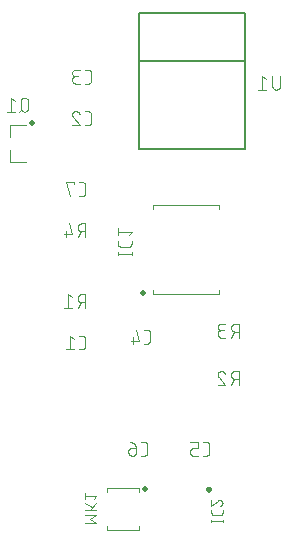
<source format=gbo>
G04 EAGLE Gerber RS-274X export*
G75*
%MOMM*%
%FSLAX34Y34*%
%LPD*%
%INBottom Silkscreen*%
%IPPOS*%
%AMOC8*
5,1,8,0,0,1.08239X$1,22.5*%
G01*
%ADD10C,0.101600*%
%ADD11C,0.250000*%
%ADD12C,0.076200*%
%ADD13C,0.500000*%
%ADD14C,0.120000*%
%ADD15C,0.127000*%


D10*
X104299Y345508D02*
X106896Y345508D01*
X106995Y345510D01*
X107095Y345516D01*
X107194Y345525D01*
X107292Y345538D01*
X107390Y345555D01*
X107488Y345576D01*
X107584Y345601D01*
X107679Y345629D01*
X107773Y345661D01*
X107866Y345696D01*
X107958Y345735D01*
X108048Y345778D01*
X108136Y345823D01*
X108223Y345873D01*
X108307Y345925D01*
X108390Y345981D01*
X108470Y346039D01*
X108548Y346101D01*
X108623Y346166D01*
X108696Y346234D01*
X108766Y346304D01*
X108834Y346377D01*
X108899Y346452D01*
X108961Y346530D01*
X109019Y346610D01*
X109075Y346693D01*
X109127Y346777D01*
X109177Y346864D01*
X109222Y346952D01*
X109265Y347042D01*
X109304Y347134D01*
X109339Y347227D01*
X109371Y347321D01*
X109399Y347416D01*
X109424Y347512D01*
X109445Y347610D01*
X109462Y347708D01*
X109475Y347806D01*
X109484Y347905D01*
X109490Y348005D01*
X109492Y348104D01*
X109492Y354596D01*
X109490Y354695D01*
X109484Y354795D01*
X109475Y354894D01*
X109462Y354992D01*
X109445Y355090D01*
X109424Y355188D01*
X109399Y355284D01*
X109371Y355379D01*
X109339Y355473D01*
X109304Y355566D01*
X109265Y355658D01*
X109222Y355748D01*
X109177Y355836D01*
X109127Y355923D01*
X109075Y356007D01*
X109019Y356090D01*
X108961Y356170D01*
X108899Y356248D01*
X108834Y356323D01*
X108766Y356396D01*
X108696Y356466D01*
X108623Y356534D01*
X108548Y356599D01*
X108470Y356661D01*
X108390Y356719D01*
X108307Y356775D01*
X108223Y356827D01*
X108136Y356877D01*
X108048Y356922D01*
X107958Y356965D01*
X107866Y357004D01*
X107773Y357039D01*
X107679Y357071D01*
X107584Y357099D01*
X107488Y357124D01*
X107390Y357145D01*
X107292Y357162D01*
X107194Y357175D01*
X107095Y357184D01*
X106995Y357190D01*
X106896Y357192D01*
X104299Y357192D01*
X96364Y357192D02*
X96257Y357190D01*
X96151Y357184D01*
X96045Y357174D01*
X95939Y357161D01*
X95833Y357143D01*
X95729Y357122D01*
X95625Y357097D01*
X95522Y357068D01*
X95421Y357036D01*
X95321Y356999D01*
X95222Y356959D01*
X95124Y356916D01*
X95028Y356869D01*
X94934Y356818D01*
X94842Y356764D01*
X94752Y356707D01*
X94664Y356647D01*
X94579Y356583D01*
X94496Y356516D01*
X94415Y356446D01*
X94337Y356374D01*
X94261Y356298D01*
X94189Y356220D01*
X94119Y356139D01*
X94052Y356056D01*
X93988Y355971D01*
X93928Y355883D01*
X93871Y355793D01*
X93817Y355701D01*
X93766Y355607D01*
X93719Y355511D01*
X93676Y355413D01*
X93636Y355314D01*
X93599Y355214D01*
X93567Y355113D01*
X93538Y355010D01*
X93513Y354906D01*
X93492Y354802D01*
X93474Y354696D01*
X93461Y354590D01*
X93451Y354484D01*
X93445Y354378D01*
X93443Y354271D01*
X96364Y357192D02*
X96485Y357190D01*
X96606Y357184D01*
X96726Y357174D01*
X96847Y357161D01*
X96966Y357143D01*
X97086Y357122D01*
X97204Y357097D01*
X97321Y357068D01*
X97438Y357035D01*
X97553Y356999D01*
X97667Y356958D01*
X97780Y356915D01*
X97892Y356867D01*
X98001Y356816D01*
X98109Y356761D01*
X98216Y356703D01*
X98320Y356642D01*
X98422Y356577D01*
X98522Y356509D01*
X98620Y356438D01*
X98716Y356364D01*
X98809Y356287D01*
X98899Y356206D01*
X98987Y356123D01*
X99072Y356037D01*
X99155Y355948D01*
X99234Y355857D01*
X99311Y355763D01*
X99384Y355667D01*
X99454Y355569D01*
X99521Y355468D01*
X99585Y355365D01*
X99646Y355260D01*
X99703Y355153D01*
X99756Y355045D01*
X99806Y354935D01*
X99852Y354823D01*
X99895Y354710D01*
X99934Y354595D01*
X94417Y351999D02*
X94338Y352077D01*
X94262Y352157D01*
X94189Y352240D01*
X94119Y352326D01*
X94052Y352413D01*
X93988Y352504D01*
X93928Y352596D01*
X93870Y352690D01*
X93816Y352787D01*
X93766Y352885D01*
X93719Y352985D01*
X93675Y353086D01*
X93635Y353189D01*
X93599Y353294D01*
X93567Y353399D01*
X93538Y353506D01*
X93513Y353613D01*
X93491Y353722D01*
X93474Y353831D01*
X93460Y353940D01*
X93451Y354050D01*
X93445Y354161D01*
X93443Y354271D01*
X94416Y351999D02*
X99934Y345508D01*
X93443Y345508D01*
X104299Y380508D02*
X106896Y380508D01*
X106995Y380510D01*
X107095Y380516D01*
X107194Y380525D01*
X107292Y380538D01*
X107390Y380555D01*
X107488Y380576D01*
X107584Y380601D01*
X107679Y380629D01*
X107773Y380661D01*
X107866Y380696D01*
X107958Y380735D01*
X108048Y380778D01*
X108136Y380823D01*
X108223Y380873D01*
X108307Y380925D01*
X108390Y380981D01*
X108470Y381039D01*
X108548Y381101D01*
X108623Y381166D01*
X108696Y381234D01*
X108766Y381304D01*
X108834Y381377D01*
X108899Y381452D01*
X108961Y381530D01*
X109019Y381610D01*
X109075Y381693D01*
X109127Y381777D01*
X109177Y381864D01*
X109222Y381952D01*
X109265Y382042D01*
X109304Y382134D01*
X109339Y382227D01*
X109371Y382321D01*
X109399Y382416D01*
X109424Y382512D01*
X109445Y382610D01*
X109462Y382708D01*
X109475Y382806D01*
X109484Y382905D01*
X109490Y383005D01*
X109492Y383104D01*
X109492Y389596D01*
X109490Y389695D01*
X109484Y389795D01*
X109475Y389894D01*
X109462Y389992D01*
X109445Y390090D01*
X109424Y390188D01*
X109399Y390284D01*
X109371Y390379D01*
X109339Y390473D01*
X109304Y390566D01*
X109265Y390658D01*
X109222Y390748D01*
X109177Y390836D01*
X109127Y390923D01*
X109075Y391007D01*
X109019Y391090D01*
X108961Y391170D01*
X108899Y391248D01*
X108834Y391323D01*
X108766Y391396D01*
X108696Y391466D01*
X108623Y391534D01*
X108548Y391599D01*
X108470Y391661D01*
X108390Y391719D01*
X108307Y391775D01*
X108223Y391827D01*
X108136Y391877D01*
X108048Y391922D01*
X107958Y391965D01*
X107866Y392004D01*
X107773Y392039D01*
X107679Y392071D01*
X107584Y392099D01*
X107488Y392124D01*
X107390Y392145D01*
X107292Y392162D01*
X107194Y392175D01*
X107095Y392184D01*
X106995Y392190D01*
X106896Y392192D01*
X104299Y392192D01*
X99934Y380508D02*
X96688Y380508D01*
X96575Y380510D01*
X96462Y380516D01*
X96349Y380526D01*
X96236Y380540D01*
X96124Y380557D01*
X96013Y380579D01*
X95903Y380604D01*
X95793Y380634D01*
X95685Y380667D01*
X95578Y380704D01*
X95472Y380744D01*
X95368Y380789D01*
X95265Y380837D01*
X95164Y380888D01*
X95065Y380943D01*
X94968Y381001D01*
X94873Y381063D01*
X94780Y381128D01*
X94690Y381196D01*
X94602Y381267D01*
X94516Y381342D01*
X94433Y381419D01*
X94353Y381499D01*
X94276Y381582D01*
X94201Y381668D01*
X94130Y381756D01*
X94062Y381846D01*
X93997Y381939D01*
X93935Y382034D01*
X93877Y382131D01*
X93822Y382230D01*
X93771Y382331D01*
X93723Y382434D01*
X93678Y382538D01*
X93638Y382644D01*
X93601Y382751D01*
X93568Y382859D01*
X93538Y382969D01*
X93513Y383079D01*
X93491Y383190D01*
X93474Y383302D01*
X93460Y383415D01*
X93450Y383528D01*
X93444Y383641D01*
X93442Y383754D01*
X93444Y383867D01*
X93450Y383980D01*
X93460Y384093D01*
X93474Y384206D01*
X93491Y384318D01*
X93513Y384429D01*
X93538Y384539D01*
X93568Y384649D01*
X93601Y384757D01*
X93638Y384864D01*
X93678Y384970D01*
X93723Y385074D01*
X93771Y385177D01*
X93822Y385278D01*
X93877Y385377D01*
X93935Y385474D01*
X93997Y385569D01*
X94062Y385662D01*
X94130Y385752D01*
X94201Y385840D01*
X94276Y385926D01*
X94353Y386009D01*
X94433Y386089D01*
X94516Y386166D01*
X94602Y386241D01*
X94690Y386312D01*
X94780Y386380D01*
X94873Y386445D01*
X94968Y386507D01*
X95065Y386565D01*
X95164Y386620D01*
X95265Y386671D01*
X95368Y386719D01*
X95472Y386764D01*
X95578Y386804D01*
X95685Y386841D01*
X95793Y386874D01*
X95903Y386904D01*
X96013Y386929D01*
X96124Y386951D01*
X96236Y386968D01*
X96349Y386982D01*
X96462Y386992D01*
X96575Y386998D01*
X96688Y387000D01*
X96039Y392192D02*
X99934Y392192D01*
X96039Y392192D02*
X95938Y392190D01*
X95838Y392184D01*
X95738Y392174D01*
X95638Y392161D01*
X95539Y392143D01*
X95440Y392122D01*
X95343Y392097D01*
X95246Y392068D01*
X95151Y392035D01*
X95057Y391999D01*
X94965Y391959D01*
X94874Y391916D01*
X94785Y391869D01*
X94698Y391819D01*
X94612Y391765D01*
X94529Y391708D01*
X94449Y391648D01*
X94370Y391585D01*
X94294Y391518D01*
X94221Y391449D01*
X94151Y391377D01*
X94083Y391303D01*
X94018Y391226D01*
X93957Y391146D01*
X93898Y391064D01*
X93843Y390980D01*
X93791Y390894D01*
X93742Y390806D01*
X93697Y390716D01*
X93655Y390624D01*
X93617Y390531D01*
X93583Y390436D01*
X93552Y390341D01*
X93525Y390244D01*
X93502Y390146D01*
X93482Y390047D01*
X93467Y389947D01*
X93455Y389847D01*
X93447Y389747D01*
X93443Y389646D01*
X93443Y389546D01*
X93447Y389445D01*
X93455Y389345D01*
X93467Y389245D01*
X93482Y389145D01*
X93502Y389046D01*
X93525Y388948D01*
X93552Y388851D01*
X93583Y388756D01*
X93617Y388661D01*
X93655Y388568D01*
X93697Y388476D01*
X93742Y388386D01*
X93791Y388298D01*
X93843Y388212D01*
X93898Y388128D01*
X93957Y388046D01*
X94018Y387966D01*
X94083Y387889D01*
X94151Y387815D01*
X94221Y387743D01*
X94294Y387674D01*
X94370Y387607D01*
X94449Y387544D01*
X94529Y387484D01*
X94612Y387427D01*
X94698Y387373D01*
X94785Y387323D01*
X94874Y387276D01*
X94965Y387233D01*
X95057Y387193D01*
X95151Y387157D01*
X95246Y387124D01*
X95343Y387095D01*
X95440Y387070D01*
X95539Y387049D01*
X95638Y387031D01*
X95738Y387018D01*
X95838Y387008D01*
X95938Y387002D01*
X96039Y387000D01*
X96039Y386999D02*
X98636Y386999D01*
X154299Y160508D02*
X156896Y160508D01*
X156995Y160510D01*
X157095Y160516D01*
X157194Y160525D01*
X157292Y160538D01*
X157390Y160555D01*
X157488Y160576D01*
X157584Y160601D01*
X157679Y160629D01*
X157773Y160661D01*
X157866Y160696D01*
X157958Y160735D01*
X158048Y160778D01*
X158136Y160823D01*
X158223Y160873D01*
X158307Y160925D01*
X158390Y160981D01*
X158470Y161039D01*
X158548Y161101D01*
X158623Y161166D01*
X158696Y161234D01*
X158766Y161304D01*
X158834Y161377D01*
X158899Y161452D01*
X158961Y161530D01*
X159019Y161610D01*
X159075Y161693D01*
X159127Y161777D01*
X159177Y161864D01*
X159222Y161952D01*
X159265Y162042D01*
X159304Y162134D01*
X159339Y162227D01*
X159371Y162321D01*
X159399Y162416D01*
X159424Y162512D01*
X159445Y162610D01*
X159462Y162708D01*
X159475Y162806D01*
X159484Y162905D01*
X159490Y163005D01*
X159492Y163104D01*
X159492Y169596D01*
X159490Y169695D01*
X159484Y169795D01*
X159475Y169894D01*
X159462Y169992D01*
X159445Y170090D01*
X159424Y170188D01*
X159399Y170284D01*
X159371Y170379D01*
X159339Y170473D01*
X159304Y170566D01*
X159265Y170658D01*
X159222Y170748D01*
X159177Y170836D01*
X159127Y170923D01*
X159075Y171007D01*
X159019Y171090D01*
X158961Y171170D01*
X158899Y171248D01*
X158834Y171323D01*
X158766Y171396D01*
X158696Y171466D01*
X158623Y171534D01*
X158548Y171599D01*
X158470Y171661D01*
X158390Y171719D01*
X158307Y171775D01*
X158223Y171827D01*
X158136Y171877D01*
X158048Y171922D01*
X157958Y171965D01*
X157866Y172004D01*
X157773Y172039D01*
X157679Y172071D01*
X157584Y172099D01*
X157488Y172124D01*
X157390Y172145D01*
X157292Y172162D01*
X157194Y172175D01*
X157095Y172184D01*
X156995Y172190D01*
X156896Y172192D01*
X154299Y172192D01*
X147337Y172192D02*
X149934Y163104D01*
X143443Y163104D01*
X145390Y165701D02*
X145390Y160508D01*
X101896Y155508D02*
X99299Y155508D01*
X101896Y155508D02*
X101995Y155510D01*
X102095Y155516D01*
X102194Y155525D01*
X102292Y155538D01*
X102390Y155555D01*
X102488Y155576D01*
X102584Y155601D01*
X102679Y155629D01*
X102773Y155661D01*
X102866Y155696D01*
X102958Y155735D01*
X103048Y155778D01*
X103136Y155823D01*
X103223Y155873D01*
X103307Y155925D01*
X103390Y155981D01*
X103470Y156039D01*
X103548Y156101D01*
X103623Y156166D01*
X103696Y156234D01*
X103766Y156304D01*
X103834Y156377D01*
X103899Y156452D01*
X103961Y156530D01*
X104019Y156610D01*
X104075Y156693D01*
X104127Y156777D01*
X104177Y156864D01*
X104222Y156952D01*
X104265Y157042D01*
X104304Y157134D01*
X104339Y157227D01*
X104371Y157321D01*
X104399Y157416D01*
X104424Y157512D01*
X104445Y157610D01*
X104462Y157708D01*
X104475Y157806D01*
X104484Y157905D01*
X104490Y158005D01*
X104492Y158104D01*
X104492Y164596D01*
X104490Y164695D01*
X104484Y164795D01*
X104475Y164894D01*
X104462Y164992D01*
X104445Y165090D01*
X104424Y165188D01*
X104399Y165284D01*
X104371Y165379D01*
X104339Y165473D01*
X104304Y165566D01*
X104265Y165658D01*
X104222Y165748D01*
X104177Y165836D01*
X104127Y165923D01*
X104075Y166007D01*
X104019Y166090D01*
X103961Y166170D01*
X103899Y166248D01*
X103834Y166323D01*
X103766Y166396D01*
X103696Y166466D01*
X103623Y166534D01*
X103548Y166599D01*
X103470Y166661D01*
X103390Y166719D01*
X103307Y166775D01*
X103223Y166827D01*
X103136Y166877D01*
X103048Y166922D01*
X102958Y166965D01*
X102866Y167004D01*
X102773Y167039D01*
X102679Y167071D01*
X102584Y167099D01*
X102488Y167124D01*
X102390Y167145D01*
X102292Y167162D01*
X102194Y167175D01*
X102095Y167184D01*
X101995Y167190D01*
X101896Y167192D01*
X99299Y167192D01*
X94934Y164596D02*
X91688Y167192D01*
X91688Y155508D01*
X88443Y155508D02*
X94934Y155508D01*
X104492Y190508D02*
X104492Y202192D01*
X101246Y202192D01*
X101133Y202190D01*
X101020Y202184D01*
X100907Y202174D01*
X100794Y202160D01*
X100682Y202143D01*
X100571Y202121D01*
X100461Y202096D01*
X100351Y202066D01*
X100243Y202033D01*
X100136Y201996D01*
X100030Y201956D01*
X99926Y201911D01*
X99823Y201863D01*
X99722Y201812D01*
X99623Y201757D01*
X99526Y201699D01*
X99431Y201637D01*
X99338Y201572D01*
X99248Y201504D01*
X99160Y201433D01*
X99074Y201358D01*
X98991Y201281D01*
X98911Y201201D01*
X98834Y201118D01*
X98759Y201032D01*
X98688Y200944D01*
X98620Y200854D01*
X98555Y200761D01*
X98493Y200666D01*
X98435Y200569D01*
X98380Y200470D01*
X98329Y200369D01*
X98281Y200266D01*
X98236Y200162D01*
X98196Y200056D01*
X98159Y199949D01*
X98126Y199841D01*
X98096Y199731D01*
X98071Y199621D01*
X98049Y199510D01*
X98032Y199398D01*
X98018Y199285D01*
X98008Y199172D01*
X98002Y199059D01*
X98000Y198946D01*
X98002Y198833D01*
X98008Y198720D01*
X98018Y198607D01*
X98032Y198494D01*
X98049Y198382D01*
X98071Y198271D01*
X98096Y198161D01*
X98126Y198051D01*
X98159Y197943D01*
X98196Y197836D01*
X98236Y197730D01*
X98281Y197626D01*
X98329Y197523D01*
X98380Y197422D01*
X98435Y197323D01*
X98493Y197226D01*
X98555Y197131D01*
X98620Y197038D01*
X98688Y196948D01*
X98759Y196860D01*
X98834Y196774D01*
X98911Y196691D01*
X98991Y196611D01*
X99074Y196534D01*
X99160Y196459D01*
X99248Y196388D01*
X99338Y196320D01*
X99431Y196255D01*
X99526Y196193D01*
X99623Y196135D01*
X99722Y196080D01*
X99823Y196029D01*
X99926Y195981D01*
X100030Y195936D01*
X100136Y195896D01*
X100243Y195859D01*
X100351Y195826D01*
X100461Y195796D01*
X100571Y195771D01*
X100682Y195749D01*
X100794Y195732D01*
X100907Y195718D01*
X101020Y195708D01*
X101133Y195702D01*
X101246Y195700D01*
X101246Y195701D02*
X104492Y195701D01*
X100597Y195701D02*
X98001Y190508D01*
X93136Y199596D02*
X89890Y202192D01*
X89890Y190508D01*
X86645Y190508D02*
X93136Y190508D01*
D11*
X207500Y37250D02*
X207502Y37320D01*
X207508Y37390D01*
X207518Y37459D01*
X207531Y37528D01*
X207549Y37596D01*
X207570Y37663D01*
X207595Y37728D01*
X207624Y37792D01*
X207656Y37855D01*
X207692Y37915D01*
X207731Y37973D01*
X207773Y38029D01*
X207818Y38083D01*
X207866Y38134D01*
X207917Y38182D01*
X207971Y38227D01*
X208027Y38269D01*
X208085Y38308D01*
X208145Y38344D01*
X208208Y38376D01*
X208272Y38405D01*
X208337Y38430D01*
X208404Y38451D01*
X208472Y38469D01*
X208541Y38482D01*
X208610Y38492D01*
X208680Y38498D01*
X208750Y38500D01*
X208820Y38498D01*
X208890Y38492D01*
X208959Y38482D01*
X209028Y38469D01*
X209096Y38451D01*
X209163Y38430D01*
X209228Y38405D01*
X209292Y38376D01*
X209355Y38344D01*
X209415Y38308D01*
X209473Y38269D01*
X209529Y38227D01*
X209583Y38182D01*
X209634Y38134D01*
X209682Y38083D01*
X209727Y38029D01*
X209769Y37973D01*
X209808Y37915D01*
X209844Y37855D01*
X209876Y37792D01*
X209905Y37728D01*
X209930Y37663D01*
X209951Y37596D01*
X209969Y37528D01*
X209982Y37459D01*
X209992Y37390D01*
X209998Y37320D01*
X210000Y37250D01*
X209998Y37180D01*
X209992Y37110D01*
X209982Y37041D01*
X209969Y36972D01*
X209951Y36904D01*
X209930Y36837D01*
X209905Y36772D01*
X209876Y36708D01*
X209844Y36645D01*
X209808Y36585D01*
X209769Y36527D01*
X209727Y36471D01*
X209682Y36417D01*
X209634Y36366D01*
X209583Y36318D01*
X209529Y36273D01*
X209473Y36231D01*
X209415Y36192D01*
X209355Y36156D01*
X209292Y36124D01*
X209228Y36095D01*
X209163Y36070D01*
X209096Y36049D01*
X209028Y36031D01*
X208959Y36018D01*
X208890Y36008D01*
X208820Y36002D01*
X208750Y36000D01*
X208680Y36002D01*
X208610Y36008D01*
X208541Y36018D01*
X208472Y36031D01*
X208404Y36049D01*
X208337Y36070D01*
X208272Y36095D01*
X208208Y36124D01*
X208145Y36156D01*
X208085Y36192D01*
X208027Y36231D01*
X207971Y36273D01*
X207917Y36318D01*
X207866Y36366D01*
X207818Y36417D01*
X207773Y36471D01*
X207731Y36527D01*
X207692Y36585D01*
X207656Y36645D01*
X207624Y36708D01*
X207595Y36772D01*
X207570Y36837D01*
X207549Y36904D01*
X207531Y36972D01*
X207518Y37041D01*
X207508Y37110D01*
X207502Y37180D01*
X207500Y37250D01*
D12*
X211381Y10425D02*
X220779Y10425D01*
X211381Y9381D02*
X211381Y11469D01*
X220779Y11469D02*
X220779Y9381D01*
X211381Y17193D02*
X211381Y19281D01*
X211381Y17193D02*
X211383Y17104D01*
X211389Y17016D01*
X211398Y16928D01*
X211411Y16840D01*
X211428Y16753D01*
X211448Y16667D01*
X211473Y16582D01*
X211500Y16497D01*
X211532Y16414D01*
X211566Y16333D01*
X211605Y16253D01*
X211646Y16175D01*
X211691Y16098D01*
X211739Y16024D01*
X211790Y15951D01*
X211844Y15881D01*
X211902Y15814D01*
X211962Y15748D01*
X212024Y15686D01*
X212090Y15626D01*
X212157Y15568D01*
X212227Y15514D01*
X212300Y15463D01*
X212374Y15415D01*
X212451Y15370D01*
X212529Y15329D01*
X212609Y15290D01*
X212690Y15256D01*
X212773Y15224D01*
X212858Y15197D01*
X212943Y15172D01*
X213029Y15152D01*
X213116Y15135D01*
X213204Y15122D01*
X213292Y15113D01*
X213380Y15107D01*
X213469Y15105D01*
X213469Y15104D02*
X218691Y15104D01*
X218691Y15105D02*
X218782Y15107D01*
X218873Y15113D01*
X218964Y15123D01*
X219054Y15137D01*
X219143Y15154D01*
X219231Y15176D01*
X219319Y15202D01*
X219405Y15231D01*
X219490Y15264D01*
X219573Y15301D01*
X219655Y15341D01*
X219735Y15385D01*
X219813Y15432D01*
X219889Y15483D01*
X219962Y15536D01*
X220033Y15593D01*
X220102Y15654D01*
X220167Y15717D01*
X220230Y15782D01*
X220290Y15851D01*
X220348Y15922D01*
X220401Y15995D01*
X220452Y16071D01*
X220499Y16149D01*
X220543Y16229D01*
X220583Y16311D01*
X220620Y16394D01*
X220653Y16479D01*
X220682Y16565D01*
X220708Y16653D01*
X220730Y16741D01*
X220747Y16830D01*
X220761Y16920D01*
X220771Y17011D01*
X220777Y17102D01*
X220779Y17193D01*
X220779Y19281D01*
X220780Y25621D02*
X220778Y25716D01*
X220772Y25810D01*
X220763Y25904D01*
X220750Y25998D01*
X220733Y26091D01*
X220712Y26183D01*
X220687Y26275D01*
X220659Y26365D01*
X220627Y26454D01*
X220592Y26542D01*
X220553Y26628D01*
X220511Y26713D01*
X220465Y26796D01*
X220416Y26877D01*
X220364Y26956D01*
X220309Y27033D01*
X220250Y27107D01*
X220189Y27179D01*
X220125Y27249D01*
X220058Y27316D01*
X219988Y27380D01*
X219916Y27441D01*
X219842Y27500D01*
X219765Y27555D01*
X219686Y27607D01*
X219605Y27656D01*
X219522Y27702D01*
X219437Y27744D01*
X219351Y27783D01*
X219263Y27818D01*
X219174Y27850D01*
X219084Y27878D01*
X218992Y27903D01*
X218900Y27924D01*
X218807Y27941D01*
X218713Y27954D01*
X218619Y27963D01*
X218525Y27969D01*
X218430Y27971D01*
X220779Y25621D02*
X220777Y25513D01*
X220771Y25404D01*
X220761Y25296D01*
X220748Y25189D01*
X220730Y25082D01*
X220709Y24975D01*
X220684Y24870D01*
X220655Y24765D01*
X220623Y24662D01*
X220586Y24560D01*
X220546Y24459D01*
X220503Y24360D01*
X220456Y24262D01*
X220405Y24166D01*
X220351Y24072D01*
X220294Y23980D01*
X220233Y23890D01*
X220169Y23802D01*
X220103Y23717D01*
X220033Y23634D01*
X219960Y23554D01*
X219884Y23476D01*
X219806Y23401D01*
X219725Y23329D01*
X219641Y23260D01*
X219555Y23194D01*
X219467Y23131D01*
X219376Y23072D01*
X219284Y23015D01*
X219189Y22962D01*
X219093Y22913D01*
X218994Y22867D01*
X218895Y22824D01*
X218793Y22785D01*
X218691Y22750D01*
X216602Y27188D02*
X216671Y27257D01*
X216742Y27323D01*
X216815Y27387D01*
X216891Y27448D01*
X216970Y27506D01*
X217050Y27560D01*
X217133Y27612D01*
X217217Y27660D01*
X217303Y27706D01*
X217391Y27747D01*
X217481Y27786D01*
X217572Y27821D01*
X217664Y27852D01*
X217757Y27880D01*
X217851Y27904D01*
X217946Y27924D01*
X218042Y27941D01*
X218139Y27954D01*
X218236Y27963D01*
X218333Y27969D01*
X218430Y27971D01*
X216602Y27188D02*
X211381Y22750D01*
X211381Y27971D01*
D10*
X206896Y65508D02*
X204299Y65508D01*
X206896Y65508D02*
X206995Y65510D01*
X207095Y65516D01*
X207194Y65525D01*
X207292Y65538D01*
X207390Y65555D01*
X207488Y65576D01*
X207584Y65601D01*
X207679Y65629D01*
X207773Y65661D01*
X207866Y65696D01*
X207958Y65735D01*
X208048Y65778D01*
X208136Y65823D01*
X208223Y65873D01*
X208307Y65925D01*
X208390Y65981D01*
X208470Y66039D01*
X208548Y66101D01*
X208623Y66166D01*
X208696Y66234D01*
X208766Y66304D01*
X208834Y66377D01*
X208899Y66452D01*
X208961Y66530D01*
X209019Y66610D01*
X209075Y66693D01*
X209127Y66777D01*
X209177Y66864D01*
X209222Y66952D01*
X209265Y67042D01*
X209304Y67134D01*
X209339Y67227D01*
X209371Y67321D01*
X209399Y67416D01*
X209424Y67512D01*
X209445Y67610D01*
X209462Y67708D01*
X209475Y67806D01*
X209484Y67905D01*
X209490Y68005D01*
X209492Y68104D01*
X209492Y74596D01*
X209490Y74695D01*
X209484Y74795D01*
X209475Y74894D01*
X209462Y74992D01*
X209445Y75090D01*
X209424Y75188D01*
X209399Y75284D01*
X209371Y75379D01*
X209339Y75473D01*
X209304Y75566D01*
X209265Y75658D01*
X209222Y75748D01*
X209177Y75836D01*
X209127Y75923D01*
X209075Y76007D01*
X209019Y76090D01*
X208961Y76170D01*
X208899Y76248D01*
X208834Y76323D01*
X208766Y76396D01*
X208696Y76466D01*
X208623Y76534D01*
X208548Y76599D01*
X208470Y76661D01*
X208390Y76719D01*
X208307Y76775D01*
X208223Y76827D01*
X208136Y76877D01*
X208048Y76922D01*
X207958Y76965D01*
X207866Y77004D01*
X207773Y77039D01*
X207679Y77071D01*
X207584Y77099D01*
X207488Y77124D01*
X207390Y77145D01*
X207292Y77162D01*
X207194Y77175D01*
X207095Y77184D01*
X206995Y77190D01*
X206896Y77192D01*
X204299Y77192D01*
X199934Y65508D02*
X196039Y65508D01*
X195940Y65510D01*
X195840Y65516D01*
X195741Y65525D01*
X195643Y65538D01*
X195545Y65555D01*
X195447Y65576D01*
X195351Y65601D01*
X195256Y65629D01*
X195162Y65661D01*
X195069Y65696D01*
X194977Y65735D01*
X194887Y65778D01*
X194799Y65823D01*
X194712Y65873D01*
X194628Y65925D01*
X194545Y65981D01*
X194465Y66039D01*
X194387Y66101D01*
X194312Y66166D01*
X194239Y66234D01*
X194169Y66304D01*
X194101Y66377D01*
X194036Y66452D01*
X193974Y66530D01*
X193916Y66610D01*
X193860Y66693D01*
X193808Y66777D01*
X193758Y66864D01*
X193713Y66952D01*
X193670Y67042D01*
X193631Y67134D01*
X193596Y67227D01*
X193564Y67321D01*
X193536Y67416D01*
X193511Y67512D01*
X193490Y67610D01*
X193473Y67708D01*
X193460Y67806D01*
X193451Y67905D01*
X193445Y68005D01*
X193443Y68104D01*
X193443Y69403D01*
X193445Y69502D01*
X193451Y69602D01*
X193460Y69701D01*
X193473Y69799D01*
X193490Y69897D01*
X193511Y69995D01*
X193536Y70091D01*
X193564Y70186D01*
X193596Y70280D01*
X193631Y70373D01*
X193670Y70465D01*
X193713Y70555D01*
X193758Y70643D01*
X193808Y70730D01*
X193860Y70814D01*
X193916Y70897D01*
X193974Y70977D01*
X194036Y71055D01*
X194101Y71130D01*
X194169Y71203D01*
X194239Y71273D01*
X194312Y71341D01*
X194387Y71406D01*
X194465Y71468D01*
X194545Y71526D01*
X194628Y71582D01*
X194712Y71634D01*
X194799Y71684D01*
X194887Y71729D01*
X194977Y71772D01*
X195069Y71811D01*
X195162Y71846D01*
X195256Y71878D01*
X195351Y71906D01*
X195447Y71931D01*
X195545Y71952D01*
X195643Y71969D01*
X195741Y71982D01*
X195840Y71991D01*
X195940Y71997D01*
X196039Y71999D01*
X199934Y71999D01*
X199934Y77192D01*
X193443Y77192D01*
X234492Y125508D02*
X234492Y137192D01*
X231246Y137192D01*
X231133Y137190D01*
X231020Y137184D01*
X230907Y137174D01*
X230794Y137160D01*
X230682Y137143D01*
X230571Y137121D01*
X230461Y137096D01*
X230351Y137066D01*
X230243Y137033D01*
X230136Y136996D01*
X230030Y136956D01*
X229926Y136911D01*
X229823Y136863D01*
X229722Y136812D01*
X229623Y136757D01*
X229526Y136699D01*
X229431Y136637D01*
X229338Y136572D01*
X229248Y136504D01*
X229160Y136433D01*
X229074Y136358D01*
X228991Y136281D01*
X228911Y136201D01*
X228834Y136118D01*
X228759Y136032D01*
X228688Y135944D01*
X228620Y135854D01*
X228555Y135761D01*
X228493Y135666D01*
X228435Y135569D01*
X228380Y135470D01*
X228329Y135369D01*
X228281Y135266D01*
X228236Y135162D01*
X228196Y135056D01*
X228159Y134949D01*
X228126Y134841D01*
X228096Y134731D01*
X228071Y134621D01*
X228049Y134510D01*
X228032Y134398D01*
X228018Y134285D01*
X228008Y134172D01*
X228002Y134059D01*
X228000Y133946D01*
X228002Y133833D01*
X228008Y133720D01*
X228018Y133607D01*
X228032Y133494D01*
X228049Y133382D01*
X228071Y133271D01*
X228096Y133161D01*
X228126Y133051D01*
X228159Y132943D01*
X228196Y132836D01*
X228236Y132730D01*
X228281Y132626D01*
X228329Y132523D01*
X228380Y132422D01*
X228435Y132323D01*
X228493Y132226D01*
X228555Y132131D01*
X228620Y132038D01*
X228688Y131948D01*
X228759Y131860D01*
X228834Y131774D01*
X228911Y131691D01*
X228991Y131611D01*
X229074Y131534D01*
X229160Y131459D01*
X229248Y131388D01*
X229338Y131320D01*
X229431Y131255D01*
X229526Y131193D01*
X229623Y131135D01*
X229722Y131080D01*
X229823Y131029D01*
X229926Y130981D01*
X230030Y130936D01*
X230136Y130896D01*
X230243Y130859D01*
X230351Y130826D01*
X230461Y130796D01*
X230571Y130771D01*
X230682Y130749D01*
X230794Y130732D01*
X230907Y130718D01*
X231020Y130708D01*
X231133Y130702D01*
X231246Y130700D01*
X231246Y130701D02*
X234492Y130701D01*
X230597Y130701D02*
X228001Y125508D01*
X216645Y134271D02*
X216647Y134378D01*
X216653Y134484D01*
X216663Y134590D01*
X216676Y134696D01*
X216694Y134802D01*
X216715Y134906D01*
X216740Y135010D01*
X216769Y135113D01*
X216801Y135214D01*
X216838Y135314D01*
X216878Y135413D01*
X216921Y135511D01*
X216968Y135607D01*
X217019Y135701D01*
X217073Y135793D01*
X217130Y135883D01*
X217190Y135971D01*
X217254Y136056D01*
X217321Y136139D01*
X217391Y136220D01*
X217463Y136298D01*
X217539Y136374D01*
X217617Y136446D01*
X217698Y136516D01*
X217781Y136583D01*
X217866Y136647D01*
X217954Y136707D01*
X218044Y136764D01*
X218136Y136818D01*
X218230Y136869D01*
X218326Y136916D01*
X218424Y136959D01*
X218523Y136999D01*
X218623Y137036D01*
X218724Y137068D01*
X218827Y137097D01*
X218931Y137122D01*
X219035Y137143D01*
X219141Y137161D01*
X219247Y137174D01*
X219353Y137184D01*
X219459Y137190D01*
X219566Y137192D01*
X219687Y137190D01*
X219808Y137184D01*
X219928Y137174D01*
X220049Y137161D01*
X220168Y137143D01*
X220288Y137122D01*
X220406Y137097D01*
X220523Y137068D01*
X220640Y137035D01*
X220755Y136999D01*
X220869Y136958D01*
X220982Y136915D01*
X221094Y136867D01*
X221203Y136816D01*
X221311Y136761D01*
X221418Y136703D01*
X221522Y136642D01*
X221624Y136577D01*
X221724Y136509D01*
X221822Y136438D01*
X221918Y136364D01*
X222011Y136287D01*
X222101Y136206D01*
X222189Y136123D01*
X222274Y136037D01*
X222357Y135948D01*
X222436Y135857D01*
X222513Y135763D01*
X222586Y135667D01*
X222656Y135569D01*
X222723Y135468D01*
X222787Y135365D01*
X222848Y135260D01*
X222905Y135153D01*
X222958Y135045D01*
X223008Y134935D01*
X223054Y134823D01*
X223097Y134710D01*
X223136Y134595D01*
X217619Y131999D02*
X217540Y132077D01*
X217464Y132157D01*
X217391Y132240D01*
X217321Y132326D01*
X217254Y132413D01*
X217190Y132504D01*
X217130Y132596D01*
X217072Y132690D01*
X217018Y132787D01*
X216968Y132885D01*
X216921Y132985D01*
X216877Y133086D01*
X216837Y133189D01*
X216801Y133294D01*
X216769Y133399D01*
X216740Y133506D01*
X216715Y133613D01*
X216693Y133722D01*
X216676Y133831D01*
X216662Y133940D01*
X216653Y134050D01*
X216647Y134161D01*
X216645Y134271D01*
X217618Y131999D02*
X223136Y125508D01*
X216645Y125508D01*
X234492Y165508D02*
X234492Y177192D01*
X231246Y177192D01*
X231133Y177190D01*
X231020Y177184D01*
X230907Y177174D01*
X230794Y177160D01*
X230682Y177143D01*
X230571Y177121D01*
X230461Y177096D01*
X230351Y177066D01*
X230243Y177033D01*
X230136Y176996D01*
X230030Y176956D01*
X229926Y176911D01*
X229823Y176863D01*
X229722Y176812D01*
X229623Y176757D01*
X229526Y176699D01*
X229431Y176637D01*
X229338Y176572D01*
X229248Y176504D01*
X229160Y176433D01*
X229074Y176358D01*
X228991Y176281D01*
X228911Y176201D01*
X228834Y176118D01*
X228759Y176032D01*
X228688Y175944D01*
X228620Y175854D01*
X228555Y175761D01*
X228493Y175666D01*
X228435Y175569D01*
X228380Y175470D01*
X228329Y175369D01*
X228281Y175266D01*
X228236Y175162D01*
X228196Y175056D01*
X228159Y174949D01*
X228126Y174841D01*
X228096Y174731D01*
X228071Y174621D01*
X228049Y174510D01*
X228032Y174398D01*
X228018Y174285D01*
X228008Y174172D01*
X228002Y174059D01*
X228000Y173946D01*
X228002Y173833D01*
X228008Y173720D01*
X228018Y173607D01*
X228032Y173494D01*
X228049Y173382D01*
X228071Y173271D01*
X228096Y173161D01*
X228126Y173051D01*
X228159Y172943D01*
X228196Y172836D01*
X228236Y172730D01*
X228281Y172626D01*
X228329Y172523D01*
X228380Y172422D01*
X228435Y172323D01*
X228493Y172226D01*
X228555Y172131D01*
X228620Y172038D01*
X228688Y171948D01*
X228759Y171860D01*
X228834Y171774D01*
X228911Y171691D01*
X228991Y171611D01*
X229074Y171534D01*
X229160Y171459D01*
X229248Y171388D01*
X229338Y171320D01*
X229431Y171255D01*
X229526Y171193D01*
X229623Y171135D01*
X229722Y171080D01*
X229823Y171029D01*
X229926Y170981D01*
X230030Y170936D01*
X230136Y170896D01*
X230243Y170859D01*
X230351Y170826D01*
X230461Y170796D01*
X230571Y170771D01*
X230682Y170749D01*
X230794Y170732D01*
X230907Y170718D01*
X231020Y170708D01*
X231133Y170702D01*
X231246Y170700D01*
X231246Y170701D02*
X234492Y170701D01*
X230597Y170701D02*
X228001Y165508D01*
X223136Y165508D02*
X219890Y165508D01*
X219777Y165510D01*
X219664Y165516D01*
X219551Y165526D01*
X219438Y165540D01*
X219326Y165557D01*
X219215Y165579D01*
X219105Y165604D01*
X218995Y165634D01*
X218887Y165667D01*
X218780Y165704D01*
X218674Y165744D01*
X218570Y165789D01*
X218467Y165837D01*
X218366Y165888D01*
X218267Y165943D01*
X218170Y166001D01*
X218075Y166063D01*
X217982Y166128D01*
X217892Y166196D01*
X217804Y166267D01*
X217718Y166342D01*
X217635Y166419D01*
X217555Y166499D01*
X217478Y166582D01*
X217403Y166668D01*
X217332Y166756D01*
X217264Y166846D01*
X217199Y166939D01*
X217137Y167034D01*
X217079Y167131D01*
X217024Y167230D01*
X216973Y167331D01*
X216925Y167434D01*
X216880Y167538D01*
X216840Y167644D01*
X216803Y167751D01*
X216770Y167859D01*
X216740Y167969D01*
X216715Y168079D01*
X216693Y168190D01*
X216676Y168302D01*
X216662Y168415D01*
X216652Y168528D01*
X216646Y168641D01*
X216644Y168754D01*
X216646Y168867D01*
X216652Y168980D01*
X216662Y169093D01*
X216676Y169206D01*
X216693Y169318D01*
X216715Y169429D01*
X216740Y169539D01*
X216770Y169649D01*
X216803Y169757D01*
X216840Y169864D01*
X216880Y169970D01*
X216925Y170074D01*
X216973Y170177D01*
X217024Y170278D01*
X217079Y170377D01*
X217137Y170474D01*
X217199Y170569D01*
X217264Y170662D01*
X217332Y170752D01*
X217403Y170840D01*
X217478Y170926D01*
X217555Y171009D01*
X217635Y171089D01*
X217718Y171166D01*
X217804Y171241D01*
X217892Y171312D01*
X217982Y171380D01*
X218075Y171445D01*
X218170Y171507D01*
X218267Y171565D01*
X218366Y171620D01*
X218467Y171671D01*
X218570Y171719D01*
X218674Y171764D01*
X218780Y171804D01*
X218887Y171841D01*
X218995Y171874D01*
X219105Y171904D01*
X219215Y171929D01*
X219326Y171951D01*
X219438Y171968D01*
X219551Y171982D01*
X219664Y171992D01*
X219777Y171998D01*
X219890Y172000D01*
X219241Y177192D02*
X223136Y177192D01*
X219241Y177192D02*
X219140Y177190D01*
X219040Y177184D01*
X218940Y177174D01*
X218840Y177161D01*
X218741Y177143D01*
X218642Y177122D01*
X218545Y177097D01*
X218448Y177068D01*
X218353Y177035D01*
X218259Y176999D01*
X218167Y176959D01*
X218076Y176916D01*
X217987Y176869D01*
X217900Y176819D01*
X217814Y176765D01*
X217731Y176708D01*
X217651Y176648D01*
X217572Y176585D01*
X217496Y176518D01*
X217423Y176449D01*
X217353Y176377D01*
X217285Y176303D01*
X217220Y176226D01*
X217159Y176146D01*
X217100Y176064D01*
X217045Y175980D01*
X216993Y175894D01*
X216944Y175806D01*
X216899Y175716D01*
X216857Y175624D01*
X216819Y175531D01*
X216785Y175436D01*
X216754Y175341D01*
X216727Y175244D01*
X216704Y175146D01*
X216684Y175047D01*
X216669Y174947D01*
X216657Y174847D01*
X216649Y174747D01*
X216645Y174646D01*
X216645Y174546D01*
X216649Y174445D01*
X216657Y174345D01*
X216669Y174245D01*
X216684Y174145D01*
X216704Y174046D01*
X216727Y173948D01*
X216754Y173851D01*
X216785Y173756D01*
X216819Y173661D01*
X216857Y173568D01*
X216899Y173476D01*
X216944Y173386D01*
X216993Y173298D01*
X217045Y173212D01*
X217100Y173128D01*
X217159Y173046D01*
X217220Y172966D01*
X217285Y172889D01*
X217353Y172815D01*
X217423Y172743D01*
X217496Y172674D01*
X217572Y172607D01*
X217651Y172544D01*
X217731Y172484D01*
X217814Y172427D01*
X217900Y172373D01*
X217987Y172323D01*
X218076Y172276D01*
X218167Y172233D01*
X218259Y172193D01*
X218353Y172157D01*
X218448Y172124D01*
X218545Y172095D01*
X218642Y172070D01*
X218741Y172049D01*
X218840Y172031D01*
X218940Y172018D01*
X219040Y172008D01*
X219140Y172002D01*
X219241Y172000D01*
X219241Y171999D02*
X221837Y171999D01*
D13*
X153731Y203334D03*
D14*
X162000Y202500D02*
X162000Y205834D01*
X162000Y202500D02*
X218000Y202500D01*
X218000Y205834D01*
X162000Y274166D02*
X162000Y277500D01*
X218000Y277500D01*
X218000Y274166D01*
D10*
X143772Y236627D02*
X132088Y236627D01*
X132088Y235329D02*
X132088Y237926D01*
X143772Y237926D02*
X143772Y235329D01*
X132088Y245089D02*
X132088Y247686D01*
X132088Y245089D02*
X132090Y244990D01*
X132096Y244890D01*
X132105Y244791D01*
X132118Y244693D01*
X132135Y244595D01*
X132156Y244497D01*
X132181Y244401D01*
X132209Y244306D01*
X132241Y244212D01*
X132276Y244119D01*
X132315Y244027D01*
X132358Y243937D01*
X132403Y243849D01*
X132453Y243762D01*
X132505Y243678D01*
X132561Y243595D01*
X132619Y243515D01*
X132681Y243437D01*
X132746Y243362D01*
X132814Y243289D01*
X132884Y243219D01*
X132957Y243151D01*
X133032Y243086D01*
X133110Y243024D01*
X133190Y242966D01*
X133273Y242910D01*
X133357Y242858D01*
X133444Y242808D01*
X133532Y242763D01*
X133622Y242720D01*
X133714Y242681D01*
X133807Y242646D01*
X133901Y242614D01*
X133996Y242586D01*
X134092Y242561D01*
X134190Y242540D01*
X134288Y242523D01*
X134386Y242510D01*
X134485Y242501D01*
X134585Y242495D01*
X134684Y242493D01*
X141176Y242493D01*
X141275Y242495D01*
X141375Y242501D01*
X141474Y242510D01*
X141572Y242523D01*
X141670Y242540D01*
X141768Y242561D01*
X141864Y242586D01*
X141959Y242614D01*
X142053Y242646D01*
X142146Y242681D01*
X142238Y242720D01*
X142328Y242763D01*
X142416Y242808D01*
X142503Y242858D01*
X142587Y242910D01*
X142670Y242966D01*
X142750Y243024D01*
X142828Y243086D01*
X142903Y243151D01*
X142976Y243219D01*
X143046Y243289D01*
X143114Y243362D01*
X143179Y243437D01*
X143241Y243515D01*
X143299Y243595D01*
X143355Y243678D01*
X143407Y243762D01*
X143457Y243849D01*
X143502Y243937D01*
X143545Y244027D01*
X143584Y244119D01*
X143619Y244211D01*
X143651Y244306D01*
X143679Y244401D01*
X143704Y244497D01*
X143725Y244595D01*
X143742Y244693D01*
X143755Y244791D01*
X143764Y244890D01*
X143770Y244990D01*
X143772Y245089D01*
X143772Y247686D01*
X141176Y252051D02*
X143772Y255296D01*
X132088Y255296D01*
X132088Y252051D02*
X132088Y258542D01*
D13*
X59540Y347525D03*
D14*
X54500Y345625D02*
X40500Y345625D01*
X40500Y335525D01*
X40500Y314375D02*
X54500Y314375D01*
X40500Y314375D02*
X40500Y324475D01*
D10*
X56317Y360129D02*
X56317Y365321D01*
X56318Y365321D02*
X56316Y365434D01*
X56310Y365547D01*
X56300Y365660D01*
X56286Y365773D01*
X56269Y365885D01*
X56247Y365996D01*
X56222Y366106D01*
X56192Y366216D01*
X56159Y366324D01*
X56122Y366431D01*
X56082Y366537D01*
X56037Y366641D01*
X55989Y366744D01*
X55938Y366845D01*
X55883Y366944D01*
X55825Y367041D01*
X55763Y367136D01*
X55698Y367229D01*
X55630Y367319D01*
X55559Y367407D01*
X55484Y367493D01*
X55407Y367576D01*
X55327Y367656D01*
X55244Y367733D01*
X55158Y367808D01*
X55070Y367879D01*
X54980Y367947D01*
X54887Y368012D01*
X54792Y368074D01*
X54695Y368132D01*
X54596Y368187D01*
X54495Y368238D01*
X54392Y368286D01*
X54288Y368331D01*
X54182Y368371D01*
X54075Y368408D01*
X53967Y368441D01*
X53857Y368471D01*
X53747Y368496D01*
X53636Y368518D01*
X53524Y368535D01*
X53411Y368549D01*
X53298Y368559D01*
X53185Y368565D01*
X53072Y368567D01*
X52959Y368565D01*
X52846Y368559D01*
X52733Y368549D01*
X52620Y368535D01*
X52508Y368518D01*
X52397Y368496D01*
X52287Y368471D01*
X52177Y368441D01*
X52069Y368408D01*
X51962Y368371D01*
X51856Y368331D01*
X51752Y368286D01*
X51649Y368238D01*
X51548Y368187D01*
X51449Y368132D01*
X51352Y368074D01*
X51257Y368012D01*
X51164Y367947D01*
X51074Y367879D01*
X50986Y367808D01*
X50900Y367733D01*
X50817Y367656D01*
X50737Y367576D01*
X50660Y367493D01*
X50585Y367407D01*
X50514Y367319D01*
X50446Y367229D01*
X50381Y367136D01*
X50319Y367041D01*
X50261Y366944D01*
X50206Y366845D01*
X50155Y366744D01*
X50107Y366641D01*
X50062Y366537D01*
X50022Y366431D01*
X49985Y366324D01*
X49952Y366216D01*
X49922Y366106D01*
X49897Y365996D01*
X49875Y365885D01*
X49858Y365773D01*
X49844Y365660D01*
X49834Y365547D01*
X49828Y365434D01*
X49826Y365321D01*
X49826Y360129D01*
X49828Y360016D01*
X49834Y359903D01*
X49844Y359790D01*
X49858Y359677D01*
X49875Y359565D01*
X49897Y359454D01*
X49922Y359344D01*
X49952Y359234D01*
X49985Y359126D01*
X50022Y359019D01*
X50062Y358913D01*
X50107Y358809D01*
X50155Y358706D01*
X50206Y358605D01*
X50261Y358506D01*
X50319Y358409D01*
X50381Y358314D01*
X50446Y358221D01*
X50514Y358131D01*
X50585Y358043D01*
X50660Y357957D01*
X50737Y357874D01*
X50817Y357794D01*
X50900Y357717D01*
X50986Y357642D01*
X51074Y357571D01*
X51164Y357503D01*
X51257Y357438D01*
X51352Y357376D01*
X51449Y357318D01*
X51548Y357263D01*
X51649Y357212D01*
X51752Y357164D01*
X51856Y357119D01*
X51962Y357079D01*
X52069Y357042D01*
X52177Y357009D01*
X52287Y356979D01*
X52397Y356954D01*
X52508Y356932D01*
X52620Y356915D01*
X52733Y356901D01*
X52846Y356891D01*
X52959Y356885D01*
X53072Y356883D01*
X53185Y356885D01*
X53298Y356891D01*
X53411Y356901D01*
X53524Y356915D01*
X53636Y356932D01*
X53747Y356954D01*
X53857Y356979D01*
X53967Y357009D01*
X54075Y357042D01*
X54182Y357079D01*
X54288Y357119D01*
X54392Y357164D01*
X54495Y357212D01*
X54596Y357263D01*
X54695Y357318D01*
X54792Y357376D01*
X54887Y357438D01*
X54980Y357503D01*
X55070Y357571D01*
X55158Y357642D01*
X55244Y357717D01*
X55327Y357794D01*
X55407Y357874D01*
X55484Y357957D01*
X55559Y358043D01*
X55630Y358131D01*
X55698Y358221D01*
X55763Y358314D01*
X55825Y358409D01*
X55883Y358506D01*
X55938Y358605D01*
X55989Y358706D01*
X56037Y358809D01*
X56082Y358913D01*
X56122Y359019D01*
X56159Y359126D01*
X56192Y359234D01*
X56222Y359344D01*
X56247Y359454D01*
X56269Y359565D01*
X56286Y359677D01*
X56300Y359790D01*
X56310Y359903D01*
X56316Y360016D01*
X56318Y360129D01*
X51125Y359479D02*
X48528Y356883D01*
X45174Y365971D02*
X41928Y368567D01*
X41928Y356883D01*
X38683Y356883D02*
X45174Y356883D01*
D13*
X155090Y37574D03*
D14*
X150050Y38400D02*
X150050Y35074D01*
X150050Y38400D02*
X122550Y38400D01*
X122550Y35074D01*
X150050Y5726D02*
X150050Y2400D01*
X122550Y2400D01*
X122550Y5726D01*
D12*
X113979Y8981D02*
X104581Y8981D01*
X108758Y12114D02*
X113979Y8981D01*
X108758Y12114D02*
X113979Y15246D01*
X104581Y15246D01*
X104581Y19998D02*
X113979Y19998D01*
X113979Y25219D02*
X108236Y19998D01*
X110324Y22086D02*
X104581Y25219D01*
X111891Y28705D02*
X113979Y31316D01*
X104581Y31316D01*
X104581Y28705D02*
X104581Y33927D01*
D10*
X104492Y250508D02*
X104492Y262192D01*
X101246Y262192D01*
X101133Y262190D01*
X101020Y262184D01*
X100907Y262174D01*
X100794Y262160D01*
X100682Y262143D01*
X100571Y262121D01*
X100461Y262096D01*
X100351Y262066D01*
X100243Y262033D01*
X100136Y261996D01*
X100030Y261956D01*
X99926Y261911D01*
X99823Y261863D01*
X99722Y261812D01*
X99623Y261757D01*
X99526Y261699D01*
X99431Y261637D01*
X99338Y261572D01*
X99248Y261504D01*
X99160Y261433D01*
X99074Y261358D01*
X98991Y261281D01*
X98911Y261201D01*
X98834Y261118D01*
X98759Y261032D01*
X98688Y260944D01*
X98620Y260854D01*
X98555Y260761D01*
X98493Y260666D01*
X98435Y260569D01*
X98380Y260470D01*
X98329Y260369D01*
X98281Y260266D01*
X98236Y260162D01*
X98196Y260056D01*
X98159Y259949D01*
X98126Y259841D01*
X98096Y259731D01*
X98071Y259621D01*
X98049Y259510D01*
X98032Y259398D01*
X98018Y259285D01*
X98008Y259172D01*
X98002Y259059D01*
X98000Y258946D01*
X98002Y258833D01*
X98008Y258720D01*
X98018Y258607D01*
X98032Y258494D01*
X98049Y258382D01*
X98071Y258271D01*
X98096Y258161D01*
X98126Y258051D01*
X98159Y257943D01*
X98196Y257836D01*
X98236Y257730D01*
X98281Y257626D01*
X98329Y257523D01*
X98380Y257422D01*
X98435Y257323D01*
X98493Y257226D01*
X98555Y257131D01*
X98620Y257038D01*
X98688Y256948D01*
X98759Y256860D01*
X98834Y256774D01*
X98911Y256691D01*
X98991Y256611D01*
X99074Y256534D01*
X99160Y256459D01*
X99248Y256388D01*
X99338Y256320D01*
X99431Y256255D01*
X99526Y256193D01*
X99623Y256135D01*
X99722Y256080D01*
X99823Y256029D01*
X99926Y255981D01*
X100030Y255936D01*
X100136Y255896D01*
X100243Y255859D01*
X100351Y255826D01*
X100461Y255796D01*
X100571Y255771D01*
X100682Y255749D01*
X100794Y255732D01*
X100907Y255718D01*
X101020Y255708D01*
X101133Y255702D01*
X101246Y255700D01*
X101246Y255701D02*
X104492Y255701D01*
X100597Y255701D02*
X98001Y250508D01*
X93136Y253104D02*
X90539Y262192D01*
X93136Y253104D02*
X86645Y253104D01*
X88592Y255701D02*
X88592Y250508D01*
X99299Y285508D02*
X101896Y285508D01*
X101995Y285510D01*
X102095Y285516D01*
X102194Y285525D01*
X102292Y285538D01*
X102390Y285555D01*
X102488Y285576D01*
X102584Y285601D01*
X102679Y285629D01*
X102773Y285661D01*
X102866Y285696D01*
X102958Y285735D01*
X103048Y285778D01*
X103136Y285823D01*
X103223Y285873D01*
X103307Y285925D01*
X103390Y285981D01*
X103470Y286039D01*
X103548Y286101D01*
X103623Y286166D01*
X103696Y286234D01*
X103766Y286304D01*
X103834Y286377D01*
X103899Y286452D01*
X103961Y286530D01*
X104019Y286610D01*
X104075Y286693D01*
X104127Y286777D01*
X104177Y286864D01*
X104222Y286952D01*
X104265Y287042D01*
X104304Y287134D01*
X104339Y287227D01*
X104371Y287321D01*
X104399Y287416D01*
X104424Y287512D01*
X104445Y287610D01*
X104462Y287708D01*
X104475Y287806D01*
X104484Y287905D01*
X104490Y288005D01*
X104492Y288104D01*
X104492Y294596D01*
X104490Y294695D01*
X104484Y294795D01*
X104475Y294894D01*
X104462Y294992D01*
X104445Y295090D01*
X104424Y295188D01*
X104399Y295284D01*
X104371Y295379D01*
X104339Y295473D01*
X104304Y295566D01*
X104265Y295658D01*
X104222Y295748D01*
X104177Y295836D01*
X104127Y295923D01*
X104075Y296007D01*
X104019Y296090D01*
X103961Y296170D01*
X103899Y296248D01*
X103834Y296323D01*
X103766Y296396D01*
X103696Y296466D01*
X103623Y296534D01*
X103548Y296599D01*
X103470Y296661D01*
X103390Y296719D01*
X103307Y296775D01*
X103223Y296827D01*
X103136Y296877D01*
X103048Y296922D01*
X102958Y296965D01*
X102866Y297004D01*
X102773Y297039D01*
X102679Y297071D01*
X102584Y297099D01*
X102488Y297124D01*
X102390Y297145D01*
X102292Y297162D01*
X102194Y297175D01*
X102095Y297184D01*
X101995Y297190D01*
X101896Y297192D01*
X99299Y297192D01*
X94934Y297192D02*
X94934Y295894D01*
X94934Y297192D02*
X88443Y297192D01*
X91688Y285508D01*
X151799Y65508D02*
X154396Y65508D01*
X154495Y65510D01*
X154595Y65516D01*
X154694Y65525D01*
X154792Y65538D01*
X154890Y65555D01*
X154988Y65576D01*
X155084Y65601D01*
X155179Y65629D01*
X155273Y65661D01*
X155366Y65696D01*
X155458Y65735D01*
X155548Y65778D01*
X155636Y65823D01*
X155723Y65873D01*
X155807Y65925D01*
X155890Y65981D01*
X155970Y66039D01*
X156048Y66101D01*
X156123Y66166D01*
X156196Y66234D01*
X156266Y66304D01*
X156334Y66377D01*
X156399Y66452D01*
X156461Y66530D01*
X156519Y66610D01*
X156575Y66693D01*
X156627Y66777D01*
X156677Y66864D01*
X156722Y66952D01*
X156765Y67042D01*
X156804Y67134D01*
X156839Y67227D01*
X156871Y67321D01*
X156899Y67416D01*
X156924Y67512D01*
X156945Y67610D01*
X156962Y67708D01*
X156975Y67806D01*
X156984Y67905D01*
X156990Y68005D01*
X156992Y68104D01*
X156992Y74596D01*
X156990Y74695D01*
X156984Y74795D01*
X156975Y74894D01*
X156962Y74992D01*
X156945Y75090D01*
X156924Y75188D01*
X156899Y75284D01*
X156871Y75379D01*
X156839Y75473D01*
X156804Y75566D01*
X156765Y75658D01*
X156722Y75748D01*
X156677Y75836D01*
X156627Y75923D01*
X156575Y76007D01*
X156519Y76090D01*
X156461Y76170D01*
X156399Y76248D01*
X156334Y76323D01*
X156266Y76396D01*
X156196Y76466D01*
X156123Y76534D01*
X156048Y76599D01*
X155970Y76661D01*
X155890Y76719D01*
X155807Y76775D01*
X155723Y76827D01*
X155636Y76877D01*
X155548Y76922D01*
X155458Y76965D01*
X155366Y77004D01*
X155273Y77039D01*
X155179Y77071D01*
X155084Y77099D01*
X154988Y77124D01*
X154890Y77145D01*
X154792Y77162D01*
X154694Y77175D01*
X154595Y77184D01*
X154495Y77190D01*
X154396Y77192D01*
X151799Y77192D01*
X147434Y71999D02*
X143539Y71999D01*
X143440Y71997D01*
X143340Y71991D01*
X143241Y71982D01*
X143143Y71969D01*
X143045Y71952D01*
X142947Y71931D01*
X142851Y71906D01*
X142756Y71878D01*
X142662Y71846D01*
X142569Y71811D01*
X142477Y71772D01*
X142387Y71729D01*
X142299Y71684D01*
X142212Y71634D01*
X142128Y71582D01*
X142045Y71526D01*
X141965Y71468D01*
X141887Y71406D01*
X141812Y71341D01*
X141739Y71273D01*
X141669Y71203D01*
X141601Y71130D01*
X141536Y71055D01*
X141474Y70977D01*
X141416Y70897D01*
X141360Y70814D01*
X141308Y70730D01*
X141258Y70643D01*
X141213Y70555D01*
X141170Y70465D01*
X141131Y70373D01*
X141096Y70280D01*
X141064Y70186D01*
X141036Y70091D01*
X141011Y69995D01*
X140990Y69897D01*
X140973Y69799D01*
X140960Y69701D01*
X140951Y69602D01*
X140945Y69502D01*
X140943Y69403D01*
X140943Y68754D01*
X140942Y68754D02*
X140944Y68641D01*
X140950Y68528D01*
X140960Y68415D01*
X140974Y68302D01*
X140991Y68190D01*
X141013Y68079D01*
X141038Y67969D01*
X141068Y67859D01*
X141101Y67751D01*
X141138Y67644D01*
X141178Y67538D01*
X141223Y67434D01*
X141271Y67331D01*
X141322Y67230D01*
X141377Y67131D01*
X141435Y67034D01*
X141497Y66939D01*
X141562Y66846D01*
X141630Y66756D01*
X141701Y66668D01*
X141776Y66582D01*
X141853Y66499D01*
X141933Y66419D01*
X142016Y66342D01*
X142102Y66267D01*
X142190Y66196D01*
X142280Y66128D01*
X142373Y66063D01*
X142468Y66001D01*
X142565Y65943D01*
X142664Y65888D01*
X142765Y65837D01*
X142868Y65789D01*
X142972Y65744D01*
X143078Y65704D01*
X143185Y65667D01*
X143293Y65634D01*
X143403Y65604D01*
X143513Y65579D01*
X143624Y65557D01*
X143736Y65540D01*
X143849Y65526D01*
X143962Y65516D01*
X144075Y65510D01*
X144188Y65508D01*
X144301Y65510D01*
X144414Y65516D01*
X144527Y65526D01*
X144640Y65540D01*
X144752Y65557D01*
X144863Y65579D01*
X144973Y65604D01*
X145083Y65634D01*
X145191Y65667D01*
X145298Y65704D01*
X145404Y65744D01*
X145508Y65789D01*
X145611Y65837D01*
X145712Y65888D01*
X145811Y65943D01*
X145908Y66001D01*
X146003Y66063D01*
X146096Y66128D01*
X146186Y66196D01*
X146274Y66267D01*
X146360Y66342D01*
X146443Y66419D01*
X146523Y66499D01*
X146600Y66582D01*
X146675Y66668D01*
X146746Y66756D01*
X146814Y66846D01*
X146879Y66939D01*
X146941Y67034D01*
X146999Y67131D01*
X147054Y67230D01*
X147105Y67331D01*
X147153Y67434D01*
X147198Y67538D01*
X147238Y67644D01*
X147275Y67751D01*
X147308Y67859D01*
X147338Y67969D01*
X147363Y68079D01*
X147385Y68190D01*
X147402Y68302D01*
X147416Y68415D01*
X147426Y68528D01*
X147432Y68641D01*
X147434Y68754D01*
X147434Y71999D01*
X147432Y72142D01*
X147426Y72285D01*
X147416Y72428D01*
X147402Y72570D01*
X147385Y72712D01*
X147363Y72854D01*
X147338Y72995D01*
X147308Y73135D01*
X147275Y73274D01*
X147238Y73412D01*
X147197Y73549D01*
X147153Y73685D01*
X147104Y73820D01*
X147052Y73953D01*
X146997Y74085D01*
X146937Y74215D01*
X146874Y74344D01*
X146808Y74471D01*
X146738Y74596D01*
X146665Y74718D01*
X146588Y74839D01*
X146508Y74958D01*
X146425Y75074D01*
X146339Y75189D01*
X146250Y75300D01*
X146157Y75410D01*
X146062Y75516D01*
X145963Y75620D01*
X145862Y75721D01*
X145758Y75820D01*
X145652Y75915D01*
X145542Y76008D01*
X145431Y76097D01*
X145316Y76183D01*
X145200Y76266D01*
X145081Y76346D01*
X144960Y76423D01*
X144838Y76496D01*
X144713Y76566D01*
X144586Y76632D01*
X144457Y76695D01*
X144327Y76755D01*
X144195Y76810D01*
X144062Y76862D01*
X143927Y76911D01*
X143791Y76955D01*
X143654Y76996D01*
X143516Y77033D01*
X143377Y77066D01*
X143237Y77096D01*
X143096Y77121D01*
X142954Y77143D01*
X142812Y77160D01*
X142670Y77174D01*
X142527Y77184D01*
X142384Y77190D01*
X142241Y77192D01*
D15*
X240000Y325000D02*
X240000Y400000D01*
X240000Y440000D01*
X150000Y440000D01*
X150000Y400000D01*
X150000Y325000D01*
X240000Y325000D01*
X240000Y400000D02*
X150000Y400000D01*
D10*
X269492Y387192D02*
X269492Y378754D01*
X269490Y378641D01*
X269484Y378528D01*
X269474Y378415D01*
X269460Y378302D01*
X269443Y378190D01*
X269421Y378079D01*
X269396Y377969D01*
X269366Y377859D01*
X269333Y377751D01*
X269296Y377644D01*
X269256Y377538D01*
X269211Y377434D01*
X269163Y377331D01*
X269112Y377230D01*
X269057Y377131D01*
X268999Y377034D01*
X268937Y376939D01*
X268872Y376846D01*
X268804Y376756D01*
X268733Y376668D01*
X268658Y376582D01*
X268581Y376499D01*
X268501Y376419D01*
X268418Y376342D01*
X268332Y376267D01*
X268244Y376196D01*
X268154Y376128D01*
X268061Y376063D01*
X267966Y376001D01*
X267869Y375943D01*
X267770Y375888D01*
X267669Y375837D01*
X267566Y375789D01*
X267462Y375744D01*
X267356Y375704D01*
X267249Y375667D01*
X267141Y375634D01*
X267031Y375604D01*
X266921Y375579D01*
X266810Y375557D01*
X266698Y375540D01*
X266585Y375526D01*
X266472Y375516D01*
X266359Y375510D01*
X266246Y375508D01*
X266133Y375510D01*
X266020Y375516D01*
X265907Y375526D01*
X265794Y375540D01*
X265682Y375557D01*
X265571Y375579D01*
X265461Y375604D01*
X265351Y375634D01*
X265243Y375667D01*
X265136Y375704D01*
X265030Y375744D01*
X264926Y375789D01*
X264823Y375837D01*
X264722Y375888D01*
X264623Y375943D01*
X264526Y376001D01*
X264431Y376063D01*
X264338Y376128D01*
X264248Y376196D01*
X264160Y376267D01*
X264074Y376342D01*
X263991Y376419D01*
X263911Y376499D01*
X263834Y376582D01*
X263759Y376668D01*
X263688Y376756D01*
X263620Y376846D01*
X263555Y376939D01*
X263493Y377034D01*
X263435Y377131D01*
X263380Y377230D01*
X263329Y377331D01*
X263281Y377434D01*
X263236Y377538D01*
X263196Y377644D01*
X263159Y377751D01*
X263126Y377859D01*
X263096Y377969D01*
X263071Y378079D01*
X263049Y378190D01*
X263032Y378302D01*
X263018Y378415D01*
X263008Y378528D01*
X263002Y378641D01*
X263000Y378754D01*
X263001Y378754D02*
X263001Y387192D01*
X257681Y384596D02*
X254436Y387192D01*
X254436Y375508D01*
X257681Y375508D02*
X251190Y375508D01*
M02*

</source>
